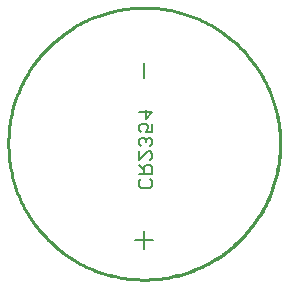
<source format=gbo>
G75*
%MOIN*%
%OFA0B0*%
%FSLAX25Y25*%
%IPPOS*%
%LPD*%
%AMOC8*
5,1,8,0,0,1.08239X$1,22.5*
%
%ADD10C,0.01000*%
%ADD11C,0.00500*%
%ADD12C,0.00700*%
D10*
X0082614Y0059000D02*
X0082628Y0060112D01*
X0082669Y0061223D01*
X0082737Y0062332D01*
X0082832Y0063440D01*
X0082955Y0064545D01*
X0083104Y0065647D01*
X0083281Y0066745D01*
X0083484Y0067838D01*
X0083715Y0068925D01*
X0083972Y0070007D01*
X0084255Y0071082D01*
X0084565Y0072150D01*
X0084900Y0073210D01*
X0085262Y0074261D01*
X0085649Y0075303D01*
X0086062Y0076336D01*
X0086500Y0077357D01*
X0086963Y0078368D01*
X0087451Y0079367D01*
X0087963Y0080354D01*
X0088499Y0081328D01*
X0089059Y0082289D01*
X0089642Y0083235D01*
X0090248Y0084167D01*
X0090877Y0085084D01*
X0091529Y0085985D01*
X0092202Y0086870D01*
X0092897Y0087738D01*
X0093612Y0088589D01*
X0094349Y0089422D01*
X0095106Y0090236D01*
X0095882Y0091032D01*
X0096678Y0091808D01*
X0097492Y0092565D01*
X0098325Y0093302D01*
X0099176Y0094017D01*
X0100044Y0094712D01*
X0100929Y0095385D01*
X0101830Y0096037D01*
X0102747Y0096666D01*
X0103679Y0097272D01*
X0104625Y0097855D01*
X0105586Y0098415D01*
X0106560Y0098951D01*
X0107547Y0099463D01*
X0108546Y0099951D01*
X0109557Y0100414D01*
X0110578Y0100852D01*
X0111611Y0101265D01*
X0112653Y0101652D01*
X0113704Y0102014D01*
X0114764Y0102349D01*
X0115832Y0102659D01*
X0116907Y0102942D01*
X0117989Y0103199D01*
X0119076Y0103430D01*
X0120169Y0103633D01*
X0121267Y0103810D01*
X0122369Y0103959D01*
X0123474Y0104082D01*
X0124582Y0104177D01*
X0125691Y0104245D01*
X0126802Y0104286D01*
X0127914Y0104300D01*
X0129026Y0104286D01*
X0130137Y0104245D01*
X0131246Y0104177D01*
X0132354Y0104082D01*
X0133459Y0103959D01*
X0134561Y0103810D01*
X0135659Y0103633D01*
X0136752Y0103430D01*
X0137839Y0103199D01*
X0138921Y0102942D01*
X0139996Y0102659D01*
X0141064Y0102349D01*
X0142124Y0102014D01*
X0143175Y0101652D01*
X0144217Y0101265D01*
X0145250Y0100852D01*
X0146271Y0100414D01*
X0147282Y0099951D01*
X0148281Y0099463D01*
X0149268Y0098951D01*
X0150242Y0098415D01*
X0151203Y0097855D01*
X0152149Y0097272D01*
X0153081Y0096666D01*
X0153998Y0096037D01*
X0154899Y0095385D01*
X0155784Y0094712D01*
X0156652Y0094017D01*
X0157503Y0093302D01*
X0158336Y0092565D01*
X0159150Y0091808D01*
X0159946Y0091032D01*
X0160722Y0090236D01*
X0161479Y0089422D01*
X0162216Y0088589D01*
X0162931Y0087738D01*
X0163626Y0086870D01*
X0164299Y0085985D01*
X0164951Y0085084D01*
X0165580Y0084167D01*
X0166186Y0083235D01*
X0166769Y0082289D01*
X0167329Y0081328D01*
X0167865Y0080354D01*
X0168377Y0079367D01*
X0168865Y0078368D01*
X0169328Y0077357D01*
X0169766Y0076336D01*
X0170179Y0075303D01*
X0170566Y0074261D01*
X0170928Y0073210D01*
X0171263Y0072150D01*
X0171573Y0071082D01*
X0171856Y0070007D01*
X0172113Y0068925D01*
X0172344Y0067838D01*
X0172547Y0066745D01*
X0172724Y0065647D01*
X0172873Y0064545D01*
X0172996Y0063440D01*
X0173091Y0062332D01*
X0173159Y0061223D01*
X0173200Y0060112D01*
X0173214Y0059000D01*
X0173200Y0057888D01*
X0173159Y0056777D01*
X0173091Y0055668D01*
X0172996Y0054560D01*
X0172873Y0053455D01*
X0172724Y0052353D01*
X0172547Y0051255D01*
X0172344Y0050162D01*
X0172113Y0049075D01*
X0171856Y0047993D01*
X0171573Y0046918D01*
X0171263Y0045850D01*
X0170928Y0044790D01*
X0170566Y0043739D01*
X0170179Y0042697D01*
X0169766Y0041664D01*
X0169328Y0040643D01*
X0168865Y0039632D01*
X0168377Y0038633D01*
X0167865Y0037646D01*
X0167329Y0036672D01*
X0166769Y0035711D01*
X0166186Y0034765D01*
X0165580Y0033833D01*
X0164951Y0032916D01*
X0164299Y0032015D01*
X0163626Y0031130D01*
X0162931Y0030262D01*
X0162216Y0029411D01*
X0161479Y0028578D01*
X0160722Y0027764D01*
X0159946Y0026968D01*
X0159150Y0026192D01*
X0158336Y0025435D01*
X0157503Y0024698D01*
X0156652Y0023983D01*
X0155784Y0023288D01*
X0154899Y0022615D01*
X0153998Y0021963D01*
X0153081Y0021334D01*
X0152149Y0020728D01*
X0151203Y0020145D01*
X0150242Y0019585D01*
X0149268Y0019049D01*
X0148281Y0018537D01*
X0147282Y0018049D01*
X0146271Y0017586D01*
X0145250Y0017148D01*
X0144217Y0016735D01*
X0143175Y0016348D01*
X0142124Y0015986D01*
X0141064Y0015651D01*
X0139996Y0015341D01*
X0138921Y0015058D01*
X0137839Y0014801D01*
X0136752Y0014570D01*
X0135659Y0014367D01*
X0134561Y0014190D01*
X0133459Y0014041D01*
X0132354Y0013918D01*
X0131246Y0013823D01*
X0130137Y0013755D01*
X0129026Y0013714D01*
X0127914Y0013700D01*
X0126802Y0013714D01*
X0125691Y0013755D01*
X0124582Y0013823D01*
X0123474Y0013918D01*
X0122369Y0014041D01*
X0121267Y0014190D01*
X0120169Y0014367D01*
X0119076Y0014570D01*
X0117989Y0014801D01*
X0116907Y0015058D01*
X0115832Y0015341D01*
X0114764Y0015651D01*
X0113704Y0015986D01*
X0112653Y0016348D01*
X0111611Y0016735D01*
X0110578Y0017148D01*
X0109557Y0017586D01*
X0108546Y0018049D01*
X0107547Y0018537D01*
X0106560Y0019049D01*
X0105586Y0019585D01*
X0104625Y0020145D01*
X0103679Y0020728D01*
X0102747Y0021334D01*
X0101830Y0021963D01*
X0100929Y0022615D01*
X0100044Y0023288D01*
X0099176Y0023983D01*
X0098325Y0024698D01*
X0097492Y0025435D01*
X0096678Y0026192D01*
X0095882Y0026968D01*
X0095106Y0027764D01*
X0094349Y0028578D01*
X0093612Y0029411D01*
X0092897Y0030262D01*
X0092202Y0031130D01*
X0091529Y0032015D01*
X0090877Y0032916D01*
X0090248Y0033833D01*
X0089642Y0034765D01*
X0089059Y0035711D01*
X0088499Y0036672D01*
X0087963Y0037646D01*
X0087451Y0038633D01*
X0086963Y0039632D01*
X0086500Y0040643D01*
X0086062Y0041664D01*
X0085649Y0042697D01*
X0085262Y0043739D01*
X0084900Y0044790D01*
X0084565Y0045850D01*
X0084255Y0046918D01*
X0083972Y0047993D01*
X0083715Y0049075D01*
X0083484Y0050162D01*
X0083281Y0051255D01*
X0083104Y0052353D01*
X0082955Y0053455D01*
X0082832Y0054560D01*
X0082737Y0055668D01*
X0082669Y0056777D01*
X0082628Y0057888D01*
X0082614Y0059000D01*
D11*
X0124914Y0027000D02*
X0130914Y0027000D01*
X0127914Y0024000D02*
X0127914Y0030000D01*
X0082638Y0059000D02*
X0082652Y0060111D01*
X0082693Y0061222D01*
X0082761Y0062331D01*
X0082856Y0063438D01*
X0082978Y0064542D01*
X0083128Y0065643D01*
X0083305Y0066740D01*
X0083508Y0067833D01*
X0083738Y0068920D01*
X0083995Y0070001D01*
X0084278Y0071076D01*
X0084588Y0072143D01*
X0084923Y0073202D01*
X0085285Y0074253D01*
X0085672Y0075295D01*
X0086084Y0076326D01*
X0086522Y0077348D01*
X0086985Y0078358D01*
X0087472Y0079357D01*
X0087984Y0080343D01*
X0088520Y0081316D01*
X0089079Y0082277D01*
X0089662Y0083223D01*
X0090268Y0084154D01*
X0090897Y0085070D01*
X0091548Y0085971D01*
X0092221Y0086855D01*
X0092915Y0087723D01*
X0093631Y0088573D01*
X0094367Y0089406D01*
X0095123Y0090220D01*
X0095899Y0091015D01*
X0096694Y0091791D01*
X0097508Y0092547D01*
X0098341Y0093283D01*
X0099191Y0093999D01*
X0100059Y0094693D01*
X0100943Y0095366D01*
X0101844Y0096017D01*
X0102760Y0096646D01*
X0103691Y0097252D01*
X0104637Y0097835D01*
X0105598Y0098394D01*
X0106571Y0098930D01*
X0107557Y0099442D01*
X0108556Y0099929D01*
X0109566Y0100392D01*
X0110588Y0100830D01*
X0111619Y0101242D01*
X0112661Y0101629D01*
X0113712Y0101991D01*
X0114771Y0102326D01*
X0115838Y0102636D01*
X0116913Y0102919D01*
X0117994Y0103176D01*
X0119081Y0103406D01*
X0120174Y0103609D01*
X0121271Y0103786D01*
X0122372Y0103936D01*
X0123476Y0104058D01*
X0124583Y0104153D01*
X0125692Y0104221D01*
X0126803Y0104262D01*
X0127914Y0104276D01*
X0129025Y0104262D01*
X0130136Y0104221D01*
X0131245Y0104153D01*
X0132352Y0104058D01*
X0133456Y0103936D01*
X0134557Y0103786D01*
X0135654Y0103609D01*
X0136747Y0103406D01*
X0137834Y0103176D01*
X0138915Y0102919D01*
X0139990Y0102636D01*
X0141057Y0102326D01*
X0142116Y0101991D01*
X0143167Y0101629D01*
X0144209Y0101242D01*
X0145240Y0100830D01*
X0146262Y0100392D01*
X0147272Y0099929D01*
X0148271Y0099442D01*
X0149257Y0098930D01*
X0150230Y0098394D01*
X0151191Y0097835D01*
X0152137Y0097252D01*
X0153068Y0096646D01*
X0153984Y0096017D01*
X0154885Y0095366D01*
X0155769Y0094693D01*
X0156637Y0093999D01*
X0157487Y0093283D01*
X0158320Y0092547D01*
X0159134Y0091791D01*
X0159929Y0091015D01*
X0160705Y0090220D01*
X0161461Y0089406D01*
X0162197Y0088573D01*
X0162913Y0087723D01*
X0163607Y0086855D01*
X0164280Y0085971D01*
X0164931Y0085070D01*
X0165560Y0084154D01*
X0166166Y0083223D01*
X0166749Y0082277D01*
X0167308Y0081316D01*
X0167844Y0080343D01*
X0168356Y0079357D01*
X0168843Y0078358D01*
X0169306Y0077348D01*
X0169744Y0076326D01*
X0170156Y0075295D01*
X0170543Y0074253D01*
X0170905Y0073202D01*
X0171240Y0072143D01*
X0171550Y0071076D01*
X0171833Y0070001D01*
X0172090Y0068920D01*
X0172320Y0067833D01*
X0172523Y0066740D01*
X0172700Y0065643D01*
X0172850Y0064542D01*
X0172972Y0063438D01*
X0173067Y0062331D01*
X0173135Y0061222D01*
X0173176Y0060111D01*
X0173190Y0059000D01*
X0173176Y0057889D01*
X0173135Y0056778D01*
X0173067Y0055669D01*
X0172972Y0054562D01*
X0172850Y0053458D01*
X0172700Y0052357D01*
X0172523Y0051260D01*
X0172320Y0050167D01*
X0172090Y0049080D01*
X0171833Y0047999D01*
X0171550Y0046924D01*
X0171240Y0045857D01*
X0170905Y0044798D01*
X0170543Y0043747D01*
X0170156Y0042705D01*
X0169744Y0041674D01*
X0169306Y0040652D01*
X0168843Y0039642D01*
X0168356Y0038643D01*
X0167844Y0037657D01*
X0167308Y0036684D01*
X0166749Y0035723D01*
X0166166Y0034777D01*
X0165560Y0033846D01*
X0164931Y0032930D01*
X0164280Y0032029D01*
X0163607Y0031145D01*
X0162913Y0030277D01*
X0162197Y0029427D01*
X0161461Y0028594D01*
X0160705Y0027780D01*
X0159929Y0026985D01*
X0159134Y0026209D01*
X0158320Y0025453D01*
X0157487Y0024717D01*
X0156637Y0024001D01*
X0155769Y0023307D01*
X0154885Y0022634D01*
X0153984Y0021983D01*
X0153068Y0021354D01*
X0152137Y0020748D01*
X0151191Y0020165D01*
X0150230Y0019606D01*
X0149257Y0019070D01*
X0148271Y0018558D01*
X0147272Y0018071D01*
X0146262Y0017608D01*
X0145240Y0017170D01*
X0144209Y0016758D01*
X0143167Y0016371D01*
X0142116Y0016009D01*
X0141057Y0015674D01*
X0139990Y0015364D01*
X0138915Y0015081D01*
X0137834Y0014824D01*
X0136747Y0014594D01*
X0135654Y0014391D01*
X0134557Y0014214D01*
X0133456Y0014064D01*
X0132352Y0013942D01*
X0131245Y0013847D01*
X0130136Y0013779D01*
X0129025Y0013738D01*
X0127914Y0013724D01*
X0126803Y0013738D01*
X0125692Y0013779D01*
X0124583Y0013847D01*
X0123476Y0013942D01*
X0122372Y0014064D01*
X0121271Y0014214D01*
X0120174Y0014391D01*
X0119081Y0014594D01*
X0117994Y0014824D01*
X0116913Y0015081D01*
X0115838Y0015364D01*
X0114771Y0015674D01*
X0113712Y0016009D01*
X0112661Y0016371D01*
X0111619Y0016758D01*
X0110588Y0017170D01*
X0109566Y0017608D01*
X0108556Y0018071D01*
X0107557Y0018558D01*
X0106571Y0019070D01*
X0105598Y0019606D01*
X0104637Y0020165D01*
X0103691Y0020748D01*
X0102760Y0021354D01*
X0101844Y0021983D01*
X0100943Y0022634D01*
X0100059Y0023307D01*
X0099191Y0024001D01*
X0098341Y0024717D01*
X0097508Y0025453D01*
X0096694Y0026209D01*
X0095899Y0026985D01*
X0095123Y0027780D01*
X0094367Y0028594D01*
X0093631Y0029427D01*
X0092915Y0030277D01*
X0092221Y0031145D01*
X0091548Y0032029D01*
X0090897Y0032930D01*
X0090268Y0033846D01*
X0089662Y0034777D01*
X0089079Y0035723D01*
X0088520Y0036684D01*
X0087984Y0037657D01*
X0087472Y0038643D01*
X0086985Y0039642D01*
X0086522Y0040652D01*
X0086084Y0041674D01*
X0085672Y0042705D01*
X0085285Y0043747D01*
X0084923Y0044798D01*
X0084588Y0045857D01*
X0084278Y0046924D01*
X0083995Y0047999D01*
X0083738Y0049080D01*
X0083508Y0050167D01*
X0083305Y0051260D01*
X0083128Y0052357D01*
X0082978Y0053458D01*
X0082856Y0054562D01*
X0082761Y0055669D01*
X0082693Y0056778D01*
X0082652Y0057889D01*
X0082638Y0059000D01*
X0127914Y0081000D02*
X0127914Y0086000D01*
D12*
X0128416Y0070239D02*
X0128416Y0067370D01*
X0130568Y0069521D01*
X0126264Y0069521D01*
X0126981Y0065635D02*
X0126264Y0064918D01*
X0126264Y0063483D01*
X0126981Y0062766D01*
X0128416Y0062766D02*
X0129133Y0064200D01*
X0129133Y0064918D01*
X0128416Y0065635D01*
X0126981Y0065635D01*
X0130568Y0065635D02*
X0130568Y0062766D01*
X0128416Y0062766D01*
X0129133Y0061031D02*
X0128416Y0060314D01*
X0127698Y0061031D01*
X0126981Y0061031D01*
X0126264Y0060314D01*
X0126264Y0058879D01*
X0126981Y0058162D01*
X0126264Y0056427D02*
X0126264Y0053558D01*
X0129133Y0056427D01*
X0129850Y0056427D01*
X0130568Y0055710D01*
X0130568Y0054275D01*
X0129850Y0053558D01*
X0129850Y0051823D02*
X0128416Y0051823D01*
X0127698Y0051106D01*
X0127698Y0048954D01*
X0126264Y0048954D02*
X0130568Y0048954D01*
X0130568Y0051106D01*
X0129850Y0051823D01*
X0127698Y0050388D02*
X0126264Y0051823D01*
X0126981Y0047219D02*
X0126264Y0046502D01*
X0126264Y0045067D01*
X0126981Y0044350D01*
X0129850Y0044350D01*
X0130568Y0045067D01*
X0130568Y0046502D01*
X0129850Y0047219D01*
X0129850Y0058162D02*
X0130568Y0058879D01*
X0130568Y0060314D01*
X0129850Y0061031D01*
X0129133Y0061031D01*
X0128416Y0060314D02*
X0128416Y0059596D01*
M02*

</source>
